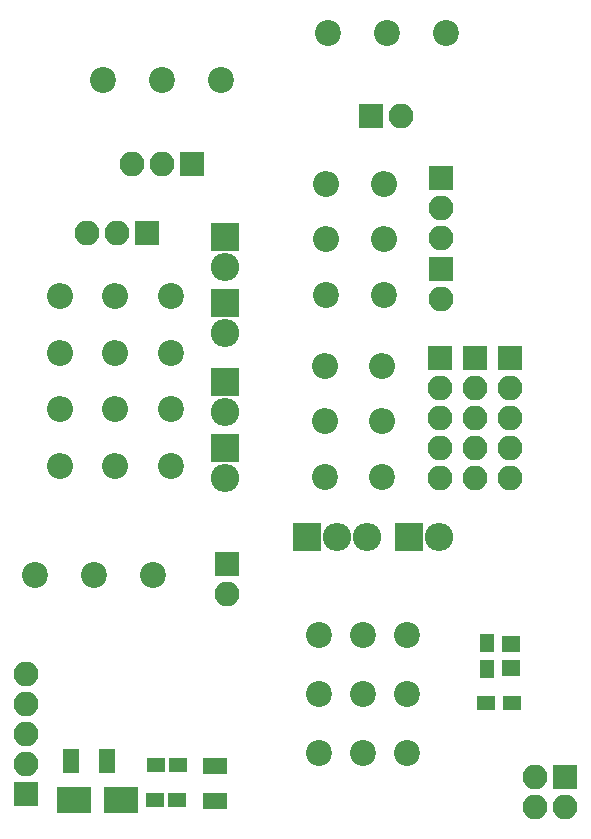
<source format=gbs>
%MOIN*%
%OFA0B0*%
%FSLAX46Y46*%
%IPPOS*%
%LPD*%
%ADD10C,0.0039370078740157488*%
%ADD11C,0.086614173228346469*%
%ADD12R,0.082677165354330714X0.082677165354330714*%
%ADD13O,0.082677165354330714X0.082677165354330714*%
%ADD24C,0.0039370078740157488*%
%ADD25C,0.086614173228346469*%
%ADD26R,0.082677165354330714X0.082677165354330714*%
%ADD27O,0.082677165354330714X0.082677165354330714*%
%ADD28R,0.11414803149606301X0.086648031496063*%
%ADD29R,0.062992125984251982X0.0452755905511811*%
%ADD30R,0.055118110236220472X0.07874015748031496*%
%ADD31R,0.07874015748031496X0.055118110236220472*%
%ADD42C,0.0039370078740157488*%
%ADD43R,0.064960629921259838X0.055118110236220472*%
%ADD44R,0.062992125984251982X0.051181102362204731*%
%ADD45R,0.051181102362204731X0.062992125984251982*%
%ADD46R,0.082677165354330714X0.082677165354330714*%
%ADD47O,0.082677165354330714X0.082677165354330714*%
%ADD48C,0.086614173228346469*%
%ADD59C,0.0039370078740157488*%
%ADD60R,0.082677165354330714X0.082677165354330714*%
%ADD61O,0.082677165354330714X0.082677165354330714*%
%ADD62O,0.086614173228346469X0.086614173228346469*%
%ADD63C,0.086614173228346469*%
%ADD64O,0.094448031496063X0.094448031496063*%
%ADD65R,0.094448031496063X0.094448031496063*%
%ADD76C,0.0039370078740157488*%
%ADD77O,0.094448031496063X0.094448031496063*%
%ADD78R,0.094448031496063X0.094448031496063*%
%ADD79O,0.086614173228346469X0.086614173228346469*%
%ADD80C,0.086614173228346469*%
%ADD81R,0.082677165354330714X0.082677165354330714*%
%ADD82O,0.082677165354330714X0.082677165354330714*%
%ADD93C,0.0039370078740157488*%
%ADD94O,0.086614173228346469X0.086614173228346469*%
%ADD95C,0.086614173228346469*%
%ADD96R,0.082677165354330714X0.082677165354330714*%
%ADD97O,0.082677165354330714X0.082677165354330714*%
%ADD108C,0.0039370078740157488*%
%ADD109C,0.086614173228346469*%
%ADD110R,0.082677165354330714X0.082677165354330714*%
%ADD111O,0.082677165354330714X0.082677165354330714*%
%LPD*%
G01*
D10*
D11*
X-0003858267Y0005433070D02*
X0000767716Y0002519685D03*
X0000570866Y0002519685D03*
X0000374015Y0002519685D03*
D12*
X0000670866Y0002240157D03*
D13*
X0000570866Y0002240157D03*
X0000470866Y0002240157D03*
G01*
D24*
D25*
X-0005708661Y0004409448D02*
X0000539370Y0000870078D03*
X0000342519Y0000870078D03*
X0000145669Y0000870078D03*
D26*
X0000787401Y0000905511D03*
D27*
X0000787401Y0000805511D03*
D26*
X0000118110Y0000137795D03*
D27*
X0000118110Y0000237795D03*
X0000118110Y0000337795D03*
X0000118110Y0000437795D03*
X0000118110Y0000537795D03*
D28*
X0000275630Y0000118110D03*
X0000433030Y0000118110D03*
D29*
X0000549212Y0000236220D03*
X0000624015Y0000236220D03*
X0000620078Y0000118110D03*
X0000545275Y0000118110D03*
D30*
X0000267716Y0000248031D03*
X0000385826Y0000248031D03*
D31*
X0000748031Y0000114173D03*
X0000748031Y0000232283D03*
G01*
D42*
D43*
X-0004094488Y0003976377D02*
X0001732283Y0000559055D03*
X0001732283Y0000637795D03*
D44*
X0001736220Y0000440943D03*
X0001649606Y0000440943D03*
D45*
X0001653542Y0000555118D03*
X0001653542Y0000641732D03*
D46*
X0001913385Y0000196850D03*
D47*
X0001813385Y0000196850D03*
X0001913385Y0000096850D03*
X0001813385Y0000096850D03*
D48*
X0001387795Y0000669291D03*
X0001240157Y0000669291D03*
X0001092519Y0000669291D03*
X0001387795Y0000472440D03*
X0001240157Y0000472440D03*
X0001092519Y0000472440D03*
X0001092519Y0000275590D03*
X0001240157Y0000275590D03*
X0001387795Y0000275590D03*
G04 next file*
%LPD*%
G01*
D59*
D60*
X-0004448818Y0005590551D02*
X0001728346Y0001590551D03*
D61*
X0001728346Y0001490551D03*
X0001728346Y0001390551D03*
X0001728346Y0001290551D03*
X0001728346Y0001190551D03*
D60*
X0001612203Y0001590551D03*
D61*
X0001612203Y0001490551D03*
X0001612203Y0001390551D03*
X0001612203Y0001290551D03*
X0001612203Y0001190551D03*
D62*
X0001114173Y0001381889D03*
D63*
X0001114173Y0001196850D03*
D62*
X0001114173Y0001566929D03*
D63*
X0001304330Y0001196850D03*
D62*
X0001304330Y0001381889D03*
X0001304330Y0001566929D03*
D60*
X0001496062Y0001590551D03*
D61*
X0001496062Y0001490551D03*
X0001496062Y0001390551D03*
X0001496062Y0001290551D03*
X0001496062Y0001190551D03*
D64*
X0001493700Y0000996062D03*
D65*
X0001393700Y0000996062D03*
D64*
X0001251968Y0000996062D03*
D65*
X0001051968Y0000996062D03*
D64*
X0001151968Y0000996062D03*
G01*
D76*
D77*
X-0005236220Y0005196850D02*
X0000779527Y0001677165D03*
D78*
X0000779527Y0001777165D03*
D79*
X0000413385Y0001421259D03*
D80*
X0000598425Y0001421259D03*
D79*
X0000228346Y0001421259D03*
D80*
X0000598425Y0001231102D03*
D79*
X0000413385Y0001231102D03*
X0000228346Y0001231102D03*
D80*
X0000598425Y0001610236D03*
D79*
X0000413385Y0001610236D03*
X0000228346Y0001610236D03*
D80*
X0000598425Y0001799212D03*
D79*
X0000413385Y0001799212D03*
X0000228346Y0001799212D03*
D77*
X0000779527Y0001896062D03*
D78*
X0000779527Y0001996062D03*
D77*
X0000779527Y0001413385D03*
D78*
X0000779527Y0001513384D03*
D77*
X0000779527Y0001192913D03*
D78*
X0000779527Y0001292913D03*
D81*
X0000518897Y0002007874D03*
D82*
X0000418897Y0002007874D03*
X0000318897Y0002007874D03*
G04 next file*
G01*
D93*
D94*
X-0004409448Y0005551181D02*
X0001118110Y0001988188D03*
D95*
X0001118110Y0001803149D03*
D94*
X0001118110Y0002173228D03*
D95*
X0001308267Y0001803149D03*
D94*
X0001308267Y0001988188D03*
X0001308267Y0002173228D03*
D96*
X0001499999Y0002192125D03*
D97*
X0001499999Y0002092124D03*
X0001499999Y0001992125D03*
D96*
X0001499999Y0001887401D03*
D97*
X0001499999Y0001787401D03*
G04 next file*
G04 #@! TF.FileFunction,Soldermask,Bot*
G04 Gerber Fmt 4.6, Leading zero omitted, Abs format (unit mm)*
G04 Created by KiCad (PCBNEW 4.0.7) date 06/14/18 22:08:17*
G01*
G04 APERTURE LIST*
G04 APERTURE END LIST*
D108*
D109*
X-0004094488Y0006023622D02*
X0001515748Y0002677165D03*
X0001318897Y0002677165D03*
X0001122047Y0002677165D03*
D110*
X0001267716Y0002397637D03*
D111*
X0001367716Y0002397637D03*
M02*
</source>
